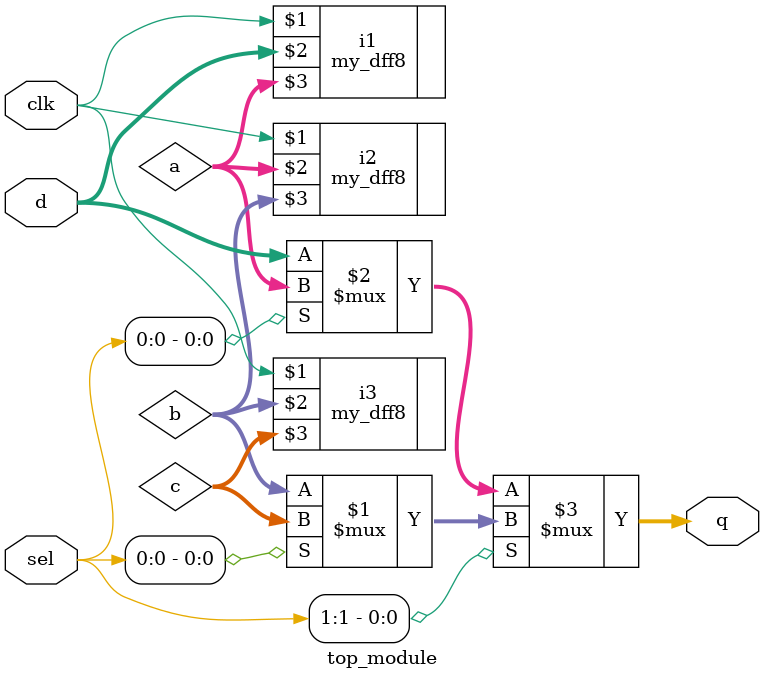
<source format=sv>
module top_module ( 
    input clk, 
    input [7:0] d, 
    input [1:0] sel, 
    output [7:0] q 
);
    wire [7:0] a, b, c;
    my_dff8 i1 (clk, d, a);
    my_dff8 i2 (clk, a, b);
    my_dff8 i3 (clk, b, c);
    assign q = sel[1] ? sel[0] ? c : b : sel[0] ? a : d;

endmodule
</source>
